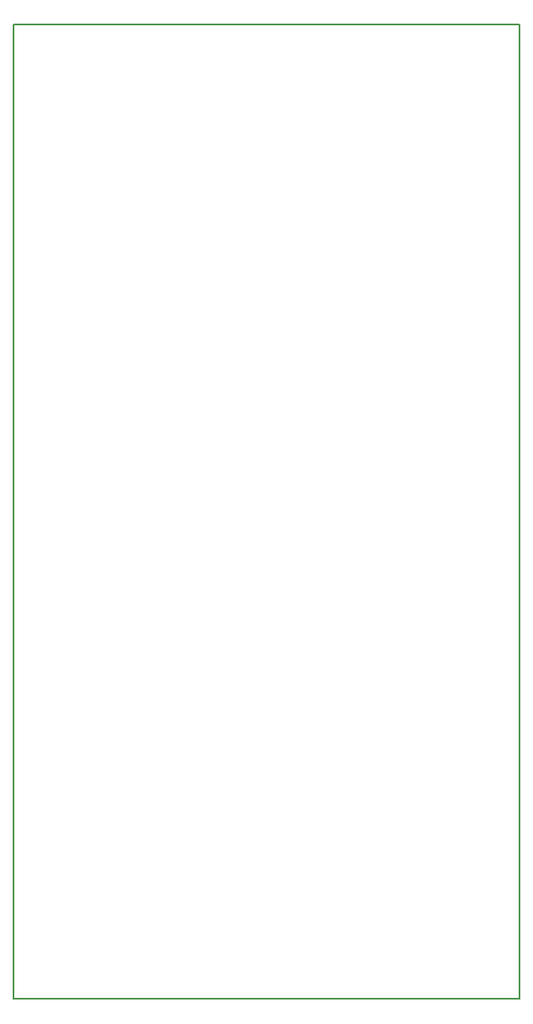
<source format=gbr>
%TF.GenerationSoftware,KiCad,Pcbnew,4.0.7-e2-6376~61~ubuntu18.04.1*%
%TF.CreationDate,2020-08-23T10:05:52+02:00*%
%TF.ProjectId,power,706F7765722E6B696361645F70636200,rev?*%
%TF.FileFunction,Profile,NP*%
%FSLAX46Y46*%
G04 Gerber Fmt 4.6, Leading zero omitted, Abs format (unit mm)*
G04 Created by KiCad (PCBNEW 4.0.7-e2-6376~61~ubuntu18.04.1) date Sun Aug 23 10:05:52 2020*
%MOMM*%
%LPD*%
G01*
G04 APERTURE LIST*
%ADD10C,0.100000*%
%ADD11C,0.150000*%
G04 APERTURE END LIST*
D10*
D11*
X82550000Y-20320000D02*
X31750000Y-20320000D01*
X82550000Y-118110000D02*
X82550000Y-20320000D01*
X31750000Y-118110000D02*
X82550000Y-118110000D01*
X31750000Y-20320000D02*
X31750000Y-118110000D01*
M02*

</source>
